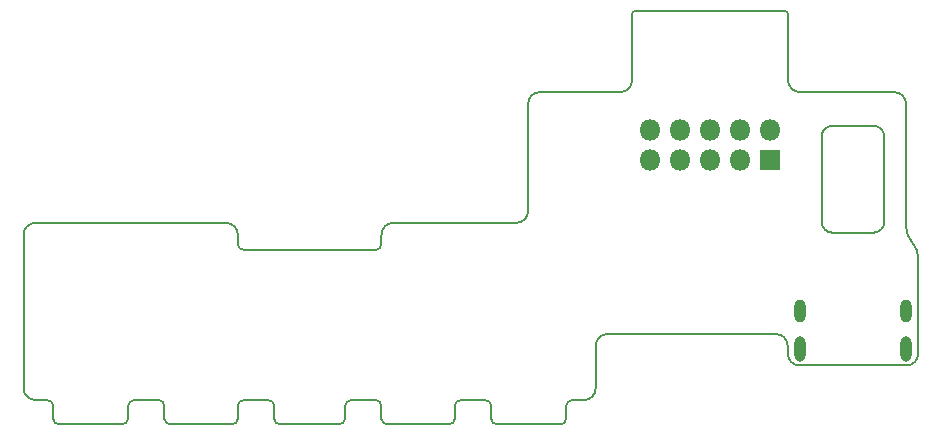
<source format=gbr>
%TF.GenerationSoftware,KiCad,Pcbnew,(5.0.0)*%
%TF.CreationDate,2019-04-02T12:12:57-04:00*%
%TF.ProjectId,Fusion USB Daughter Board,467573696F6E20555342204461756768,rev?*%
%TF.SameCoordinates,Original*%
%TF.FileFunction,Soldermask,Bot*%
%TF.FilePolarity,Negative*%
%FSLAX46Y46*%
G04 Gerber Fmt 4.6, Leading zero omitted, Abs format (unit mm)*
G04 Created by KiCad (PCBNEW (5.0.0)) date 04/02/19 12:12:57*
%MOMM*%
%LPD*%
G01*
G04 APERTURE LIST*
%ADD10C,0.200000*%
%ADD11O,0.951600X2.151600*%
%ADD12O,0.951600X1.951600*%
%ADD13O,1.801600X1.801600*%
%ADD14R,1.801600X1.801600*%
G04 APERTURE END LIST*
D10*
X176900000Y-117250000D02*
G75*
G02X176000000Y-118150000I-900000J0D01*
G01*
X176900000Y-110000000D02*
X176900000Y-117250000D01*
X140544594Y-133887594D02*
X140544594Y-132824523D01*
X149969740Y-132824523D02*
G75*
G02X150469740Y-132324523I500000J0D01*
G01*
X144118853Y-134387594D02*
X149469740Y-134387594D01*
X144118853Y-134387594D02*
G75*
G02X143618853Y-133887594I0J500000D01*
G01*
X141044594Y-132324523D02*
X143118853Y-132324523D01*
X149969740Y-133887594D02*
X149969740Y-132824523D01*
X149969740Y-133887594D02*
G75*
G02X149469740Y-134387594I-500000J0D01*
G01*
X143618853Y-132824523D02*
X143618853Y-133887594D01*
X150469740Y-132324523D02*
X151469740Y-132324523D01*
X140544594Y-132824523D02*
G75*
G02X141044594Y-132324523I500000J0D01*
G01*
X143118853Y-132324523D02*
G75*
G02X143618853Y-132824523I0J-500000D01*
G01*
X152469740Y-127732704D02*
G75*
G02X153469740Y-126732704I1000000J0D01*
G01*
X168725000Y-127732704D02*
X168725000Y-128387594D01*
X167725000Y-126732704D02*
G75*
G02X168725000Y-127732704I0J-1000000D01*
G01*
X152469740Y-131324523D02*
G75*
G02X151469740Y-132324523I-1000000J0D01*
G01*
X179262500Y-118976457D02*
G75*
G02X179775000Y-120313373I-1487500J-1336916D01*
G01*
X179775000Y-128387594D02*
G75*
G02X178775000Y-129387594I-1000000J0D01*
G01*
X152469740Y-131324523D02*
X152469740Y-127732704D01*
X169725000Y-129387594D02*
X178775000Y-129387594D01*
X169725000Y-129387594D02*
G75*
G02X168725000Y-128387594I0J1000000D01*
G01*
X179775000Y-128387594D02*
X179775000Y-120313373D01*
X153469740Y-126732704D02*
X167725000Y-126732704D01*
X106030260Y-132324523D02*
G75*
G02X106530260Y-132824523I0J-500000D01*
G01*
X107030260Y-134387594D02*
G75*
G02X106530260Y-133887594I0J500000D01*
G01*
X106530260Y-132824523D02*
X106530260Y-133887594D01*
X105030260Y-132324523D02*
G75*
G02X104030260Y-131324523I0J1000000D01*
G01*
X104030260Y-118324523D02*
X104030260Y-131324523D01*
X104030260Y-118324523D02*
G75*
G02X105030260Y-117324523I1000000J0D01*
G01*
X112881146Y-132824523D02*
G75*
G02X113381146Y-132324523I500000J0D01*
G01*
X112881146Y-133887594D02*
X112881146Y-132824523D01*
X112881146Y-133887594D02*
G75*
G02X112381146Y-134387594I-500000J0D01*
G01*
X107030260Y-134387594D02*
X112381146Y-134387594D01*
X105030260Y-132324523D02*
X106030260Y-132324523D01*
X134329698Y-132824523D02*
X134329698Y-133887594D01*
X131252713Y-133887594D02*
G75*
G02X130752713Y-134387594I-500000J0D01*
G01*
X125747287Y-134387594D02*
X130752713Y-134387594D01*
X125747287Y-134387594D02*
G75*
G02X125247287Y-133887594I0J500000D01*
G01*
X140544594Y-133887594D02*
G75*
G02X140044594Y-134387594I-500000J0D01*
G01*
X133829698Y-132324523D02*
G75*
G02X134329698Y-132824523I0J-500000D01*
G01*
X134829698Y-134387594D02*
X140044594Y-134387594D01*
X134829698Y-134387594D02*
G75*
G02X134329698Y-133887594I0J500000D01*
G01*
X131252713Y-133887594D02*
X131252713Y-132824523D01*
X131752713Y-132324523D02*
X133829698Y-132324523D01*
X131252713Y-132824523D02*
G75*
G02X131752713Y-132324523I500000J0D01*
G01*
X168750000Y-105250000D02*
X168750000Y-99635787D01*
X177750000Y-106250000D02*
X169750000Y-106250000D01*
X178750000Y-117639541D02*
X178750000Y-107250000D01*
X177750000Y-106250000D02*
G75*
G02X178750000Y-107250000I0J-1000000D01*
G01*
X179262500Y-118976457D02*
G75*
G02X178750000Y-117639541I1487500J1336916D01*
G01*
X169750000Y-106250000D02*
G75*
G02X168750000Y-105250000I0J1000000D01*
G01*
X134329698Y-118324523D02*
G75*
G02X135329698Y-117324523I1000000J0D01*
G01*
X146750000Y-116324523D02*
G75*
G02X145750000Y-117324523I-1000000J0D01*
G01*
X146750000Y-107250000D02*
X146750000Y-116324523D01*
X155550000Y-105250000D02*
G75*
G02X154550000Y-106250000I-1000000J0D01*
G01*
X168500000Y-99385787D02*
X155800000Y-99385787D01*
X171600000Y-117250000D02*
X171600000Y-110000000D01*
X155550000Y-99635787D02*
X155550000Y-105250000D01*
X155550000Y-99635787D02*
G75*
G02X155800000Y-99385787I250000J0D01*
G01*
X172500000Y-109100000D02*
X176000000Y-109100000D01*
X171600000Y-110000000D02*
G75*
G02X172500000Y-109100000I900000J0D01*
G01*
X172500000Y-118150000D02*
G75*
G02X171600000Y-117250000I0J900000D01*
G01*
X146750000Y-107250000D02*
G75*
G02X147750000Y-106250000I1000000J0D01*
G01*
X134329698Y-119120333D02*
G75*
G02X133829698Y-119620333I-500000J0D01*
G01*
X122170301Y-119120333D02*
X122170301Y-118324523D01*
X145750000Y-117324523D02*
X135329698Y-117324523D01*
X134329698Y-118324523D02*
X134329698Y-119120333D01*
X168500000Y-99385787D02*
G75*
G02X168750000Y-99635787I0J-250000D01*
G01*
X176000000Y-118150000D02*
X172500000Y-118150000D01*
X154550000Y-106250000D02*
X147750000Y-106250000D01*
X121170301Y-117324523D02*
X105030260Y-117324523D01*
X121170301Y-117324523D02*
G75*
G02X122170301Y-118324523I0J-1000000D01*
G01*
X122670301Y-119620333D02*
G75*
G02X122170301Y-119120333I0J500000D01*
G01*
X133829698Y-119620333D02*
X122670301Y-119620333D01*
X113381146Y-132324523D02*
X115455406Y-132324523D01*
X124747287Y-132324523D02*
G75*
G02X125247287Y-132824523I0J-500000D01*
G01*
X122670301Y-132324523D02*
X124747287Y-132324523D01*
X122170301Y-133887594D02*
G75*
G02X121670301Y-134387594I-500000J0D01*
G01*
X115955406Y-132824523D02*
X115955406Y-133887594D01*
X116455406Y-134387594D02*
X121670301Y-134387594D01*
X125247287Y-132824523D02*
X125247287Y-133887594D01*
X122170301Y-132824523D02*
G75*
G02X122670301Y-132324523I500000J0D01*
G01*
X122170301Y-133887594D02*
X122170301Y-132824523D01*
X116455406Y-134387594D02*
G75*
G02X115955406Y-133887594I0J500000D01*
G01*
X115455406Y-132324523D02*
G75*
G02X115955406Y-132824523I0J-500000D01*
G01*
X176000000Y-109100000D02*
G75*
G02X176900000Y-110000000I0J-900000D01*
G01*
D11*
X169800000Y-128000000D03*
X178700000Y-128000000D03*
D12*
X169800000Y-124800000D03*
X178700000Y-124800000D03*
D13*
X157070000Y-109493000D03*
X157070000Y-112033000D03*
X159610000Y-109493000D03*
X159610000Y-112033000D03*
X162150000Y-109493000D03*
X162150000Y-112033000D03*
X164690000Y-109493000D03*
X164690000Y-112033000D03*
X167230000Y-109493000D03*
D14*
X167230000Y-112033000D03*
M02*

</source>
